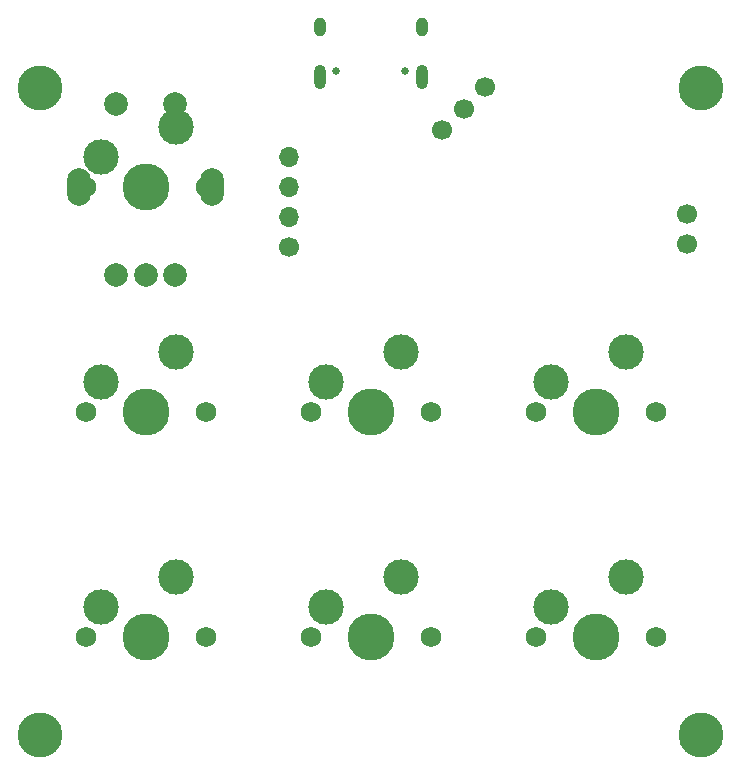
<source format=gbr>
G04 #@! TF.GenerationSoftware,KiCad,Pcbnew,(5.1.10)-1*
G04 #@! TF.CreationDate,2022-02-10T23:06:31+07:00*
G04 #@! TF.ProjectId,Satxri6key,53617478-7269-4366-9b65-792e6b696361,rev?*
G04 #@! TF.SameCoordinates,Original*
G04 #@! TF.FileFunction,Soldermask,Top*
G04 #@! TF.FilePolarity,Negative*
%FSLAX45Y45*%
G04 Gerber Fmt 4.5, Leading zero omitted, Abs format (unit mm)*
G04 Created by KiCad (PCBNEW (5.1.10)-1) date 2022-02-10 23:06:31*
%MOMM*%
%LPD*%
G01*
G04 APERTURE LIST*
%ADD10C,2.000000*%
%ADD11O,2.000000X3.200000*%
%ADD12C,1.750000*%
%ADD13C,3.000000*%
%ADD14C,3.987800*%
%ADD15C,1.700000*%
%ADD16O,1.700000X1.700000*%
%ADD17C,3.800000*%
%ADD18O,1.000000X1.600000*%
%ADD19O,1.000000X2.100000*%
%ADD20C,0.650000*%
G04 APERTURE END LIST*
D10*
X24515104Y-10275040D03*
X24765104Y-10275040D03*
X25015104Y-10275040D03*
D11*
X24205104Y-9525040D03*
X25325104Y-9525040D03*
D10*
X24515104Y-8825040D03*
X25015104Y-8825040D03*
D12*
X25273104Y-9525040D03*
X24257104Y-9525040D03*
D13*
X24384104Y-9271040D03*
D14*
X24765104Y-9525040D03*
D13*
X25019104Y-9017040D03*
D15*
X25982625Y-10039625D03*
D16*
X25982625Y-9277625D03*
X25982625Y-9785625D03*
X25982625Y-9531625D03*
D15*
X27457400Y-8864600D03*
X27277795Y-9044205D03*
X27637005Y-8684995D03*
D17*
X23872051Y-8691570D03*
X29467993Y-14168449D03*
X29467993Y-8691570D03*
X23872051Y-14168449D03*
D15*
X29349029Y-10009229D03*
X29349029Y-9755229D03*
D12*
X29083000Y-13335000D03*
X28067000Y-13335000D03*
D13*
X28194000Y-13081000D03*
D14*
X28575000Y-13335000D03*
D13*
X28829000Y-12827000D03*
D12*
X29083000Y-11430000D03*
X28067000Y-11430000D03*
D13*
X28194000Y-11176000D03*
D14*
X28575000Y-11430000D03*
D13*
X28829000Y-10922000D03*
X26924000Y-12827000D03*
D14*
X26670000Y-13335000D03*
D13*
X26289000Y-13081000D03*
D12*
X26162000Y-13335000D03*
X27178000Y-13335000D03*
D13*
X26924000Y-10922000D03*
D14*
X26670000Y-11430000D03*
D13*
X26289000Y-11176000D03*
D12*
X26162000Y-11430000D03*
X27178000Y-11430000D03*
D13*
X25019000Y-12827000D03*
D14*
X24765000Y-13335000D03*
D13*
X24384000Y-13081000D03*
D12*
X24257000Y-13335000D03*
X25273000Y-13335000D03*
D13*
X25019000Y-10922000D03*
D14*
X24765000Y-11430000D03*
D13*
X24384000Y-11176000D03*
D12*
X24257000Y-11430000D03*
X25273000Y-11430000D03*
D18*
X27102112Y-8177689D03*
X26238112Y-8177689D03*
D19*
X27102112Y-8595690D03*
X26238112Y-8595690D03*
D20*
X26381112Y-8542690D03*
X26959112Y-8542690D03*
M02*

</source>
